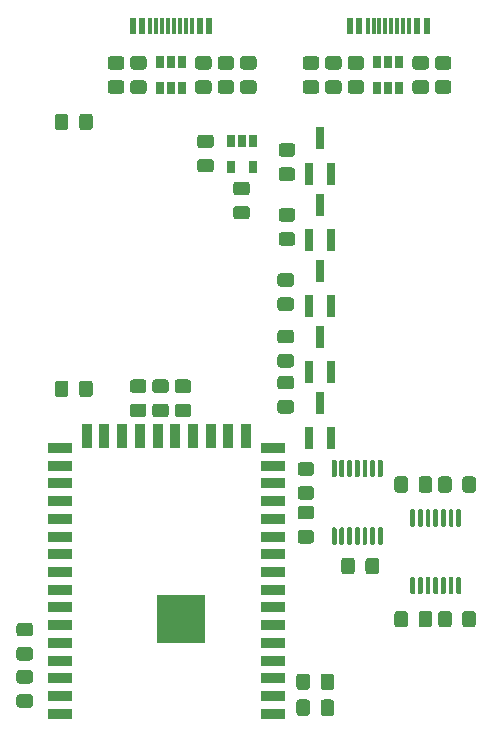
<source format=gbr>
%TF.GenerationSoftware,KiCad,Pcbnew,5.1.6-c6e7f7d~86~ubuntu18.04.1*%
%TF.CreationDate,2021-04-26T01:47:06-07:00*%
%TF.ProjectId,main_board,6d61696e-5f62-46f6-9172-642e6b696361,rev?*%
%TF.SameCoordinates,Original*%
%TF.FileFunction,Paste,Top*%
%TF.FilePolarity,Positive*%
%FSLAX46Y46*%
G04 Gerber Fmt 4.6, Leading zero omitted, Abs format (unit mm)*
G04 Created by KiCad (PCBNEW 5.1.6-c6e7f7d~86~ubuntu18.04.1) date 2021-04-26 01:47:06*
%MOMM*%
%LPD*%
G01*
G04 APERTURE LIST*
%ADD10R,2.000000X0.900000*%
%ADD11R,0.900000X2.000000*%
%ADD12R,4.100000X4.100000*%
%ADD13R,0.800000X1.900000*%
%ADD14R,0.600000X1.450000*%
%ADD15R,0.300000X1.450000*%
%ADD16R,0.650000X1.060000*%
G04 APERTURE END LIST*
%TO.C,U6*%
G36*
G01*
X178100000Y-78775000D02*
X177900000Y-78775000D01*
G75*
G02*
X177800000Y-78675000I0J100000D01*
G01*
X177800000Y-77400000D01*
G75*
G02*
X177900000Y-77300000I100000J0D01*
G01*
X178100000Y-77300000D01*
G75*
G02*
X178200000Y-77400000I0J-100000D01*
G01*
X178200000Y-78675000D01*
G75*
G02*
X178100000Y-78775000I-100000J0D01*
G01*
G37*
G36*
G01*
X178750000Y-78775000D02*
X178550000Y-78775000D01*
G75*
G02*
X178450000Y-78675000I0J100000D01*
G01*
X178450000Y-77400000D01*
G75*
G02*
X178550000Y-77300000I100000J0D01*
G01*
X178750000Y-77300000D01*
G75*
G02*
X178850000Y-77400000I0J-100000D01*
G01*
X178850000Y-78675000D01*
G75*
G02*
X178750000Y-78775000I-100000J0D01*
G01*
G37*
G36*
G01*
X179400000Y-78775000D02*
X179200000Y-78775000D01*
G75*
G02*
X179100000Y-78675000I0J100000D01*
G01*
X179100000Y-77400000D01*
G75*
G02*
X179200000Y-77300000I100000J0D01*
G01*
X179400000Y-77300000D01*
G75*
G02*
X179500000Y-77400000I0J-100000D01*
G01*
X179500000Y-78675000D01*
G75*
G02*
X179400000Y-78775000I-100000J0D01*
G01*
G37*
G36*
G01*
X180050000Y-78775000D02*
X179850000Y-78775000D01*
G75*
G02*
X179750000Y-78675000I0J100000D01*
G01*
X179750000Y-77400000D01*
G75*
G02*
X179850000Y-77300000I100000J0D01*
G01*
X180050000Y-77300000D01*
G75*
G02*
X180150000Y-77400000I0J-100000D01*
G01*
X180150000Y-78675000D01*
G75*
G02*
X180050000Y-78775000I-100000J0D01*
G01*
G37*
G36*
G01*
X180700000Y-78775000D02*
X180500000Y-78775000D01*
G75*
G02*
X180400000Y-78675000I0J100000D01*
G01*
X180400000Y-77400000D01*
G75*
G02*
X180500000Y-77300000I100000J0D01*
G01*
X180700000Y-77300000D01*
G75*
G02*
X180800000Y-77400000I0J-100000D01*
G01*
X180800000Y-78675000D01*
G75*
G02*
X180700000Y-78775000I-100000J0D01*
G01*
G37*
G36*
G01*
X181350000Y-78775000D02*
X181150000Y-78775000D01*
G75*
G02*
X181050000Y-78675000I0J100000D01*
G01*
X181050000Y-77400000D01*
G75*
G02*
X181150000Y-77300000I100000J0D01*
G01*
X181350000Y-77300000D01*
G75*
G02*
X181450000Y-77400000I0J-100000D01*
G01*
X181450000Y-78675000D01*
G75*
G02*
X181350000Y-78775000I-100000J0D01*
G01*
G37*
G36*
G01*
X182000000Y-78775000D02*
X181800000Y-78775000D01*
G75*
G02*
X181700000Y-78675000I0J100000D01*
G01*
X181700000Y-77400000D01*
G75*
G02*
X181800000Y-77300000I100000J0D01*
G01*
X182000000Y-77300000D01*
G75*
G02*
X182100000Y-77400000I0J-100000D01*
G01*
X182100000Y-78675000D01*
G75*
G02*
X182000000Y-78775000I-100000J0D01*
G01*
G37*
G36*
G01*
X182000000Y-84500000D02*
X181800000Y-84500000D01*
G75*
G02*
X181700000Y-84400000I0J100000D01*
G01*
X181700000Y-83125000D01*
G75*
G02*
X181800000Y-83025000I100000J0D01*
G01*
X182000000Y-83025000D01*
G75*
G02*
X182100000Y-83125000I0J-100000D01*
G01*
X182100000Y-84400000D01*
G75*
G02*
X182000000Y-84500000I-100000J0D01*
G01*
G37*
G36*
G01*
X181350000Y-84500000D02*
X181150000Y-84500000D01*
G75*
G02*
X181050000Y-84400000I0J100000D01*
G01*
X181050000Y-83125000D01*
G75*
G02*
X181150000Y-83025000I100000J0D01*
G01*
X181350000Y-83025000D01*
G75*
G02*
X181450000Y-83125000I0J-100000D01*
G01*
X181450000Y-84400000D01*
G75*
G02*
X181350000Y-84500000I-100000J0D01*
G01*
G37*
G36*
G01*
X180700000Y-84500000D02*
X180500000Y-84500000D01*
G75*
G02*
X180400000Y-84400000I0J100000D01*
G01*
X180400000Y-83125000D01*
G75*
G02*
X180500000Y-83025000I100000J0D01*
G01*
X180700000Y-83025000D01*
G75*
G02*
X180800000Y-83125000I0J-100000D01*
G01*
X180800000Y-84400000D01*
G75*
G02*
X180700000Y-84500000I-100000J0D01*
G01*
G37*
G36*
G01*
X180050000Y-84500000D02*
X179850000Y-84500000D01*
G75*
G02*
X179750000Y-84400000I0J100000D01*
G01*
X179750000Y-83125000D01*
G75*
G02*
X179850000Y-83025000I100000J0D01*
G01*
X180050000Y-83025000D01*
G75*
G02*
X180150000Y-83125000I0J-100000D01*
G01*
X180150000Y-84400000D01*
G75*
G02*
X180050000Y-84500000I-100000J0D01*
G01*
G37*
G36*
G01*
X179400000Y-84500000D02*
X179200000Y-84500000D01*
G75*
G02*
X179100000Y-84400000I0J100000D01*
G01*
X179100000Y-83125000D01*
G75*
G02*
X179200000Y-83025000I100000J0D01*
G01*
X179400000Y-83025000D01*
G75*
G02*
X179500000Y-83125000I0J-100000D01*
G01*
X179500000Y-84400000D01*
G75*
G02*
X179400000Y-84500000I-100000J0D01*
G01*
G37*
G36*
G01*
X178750000Y-84500000D02*
X178550000Y-84500000D01*
G75*
G02*
X178450000Y-84400000I0J100000D01*
G01*
X178450000Y-83125000D01*
G75*
G02*
X178550000Y-83025000I100000J0D01*
G01*
X178750000Y-83025000D01*
G75*
G02*
X178850000Y-83125000I0J-100000D01*
G01*
X178850000Y-84400000D01*
G75*
G02*
X178750000Y-84500000I-100000J0D01*
G01*
G37*
G36*
G01*
X178100000Y-84500000D02*
X177900000Y-84500000D01*
G75*
G02*
X177800000Y-84400000I0J100000D01*
G01*
X177800000Y-83125000D01*
G75*
G02*
X177900000Y-83025000I100000J0D01*
G01*
X178100000Y-83025000D01*
G75*
G02*
X178200000Y-83125000I0J-100000D01*
G01*
X178200000Y-84400000D01*
G75*
G02*
X178100000Y-84500000I-100000J0D01*
G01*
G37*
%TD*%
%TO.C,U5*%
G36*
G01*
X184750000Y-82975000D02*
X184550000Y-82975000D01*
G75*
G02*
X184450000Y-82875000I0J100000D01*
G01*
X184450000Y-81600000D01*
G75*
G02*
X184550000Y-81500000I100000J0D01*
G01*
X184750000Y-81500000D01*
G75*
G02*
X184850000Y-81600000I0J-100000D01*
G01*
X184850000Y-82875000D01*
G75*
G02*
X184750000Y-82975000I-100000J0D01*
G01*
G37*
G36*
G01*
X185400000Y-82975000D02*
X185200000Y-82975000D01*
G75*
G02*
X185100000Y-82875000I0J100000D01*
G01*
X185100000Y-81600000D01*
G75*
G02*
X185200000Y-81500000I100000J0D01*
G01*
X185400000Y-81500000D01*
G75*
G02*
X185500000Y-81600000I0J-100000D01*
G01*
X185500000Y-82875000D01*
G75*
G02*
X185400000Y-82975000I-100000J0D01*
G01*
G37*
G36*
G01*
X186050000Y-82975000D02*
X185850000Y-82975000D01*
G75*
G02*
X185750000Y-82875000I0J100000D01*
G01*
X185750000Y-81600000D01*
G75*
G02*
X185850000Y-81500000I100000J0D01*
G01*
X186050000Y-81500000D01*
G75*
G02*
X186150000Y-81600000I0J-100000D01*
G01*
X186150000Y-82875000D01*
G75*
G02*
X186050000Y-82975000I-100000J0D01*
G01*
G37*
G36*
G01*
X186700000Y-82975000D02*
X186500000Y-82975000D01*
G75*
G02*
X186400000Y-82875000I0J100000D01*
G01*
X186400000Y-81600000D01*
G75*
G02*
X186500000Y-81500000I100000J0D01*
G01*
X186700000Y-81500000D01*
G75*
G02*
X186800000Y-81600000I0J-100000D01*
G01*
X186800000Y-82875000D01*
G75*
G02*
X186700000Y-82975000I-100000J0D01*
G01*
G37*
G36*
G01*
X187350000Y-82975000D02*
X187150000Y-82975000D01*
G75*
G02*
X187050000Y-82875000I0J100000D01*
G01*
X187050000Y-81600000D01*
G75*
G02*
X187150000Y-81500000I100000J0D01*
G01*
X187350000Y-81500000D01*
G75*
G02*
X187450000Y-81600000I0J-100000D01*
G01*
X187450000Y-82875000D01*
G75*
G02*
X187350000Y-82975000I-100000J0D01*
G01*
G37*
G36*
G01*
X188000000Y-82975000D02*
X187800000Y-82975000D01*
G75*
G02*
X187700000Y-82875000I0J100000D01*
G01*
X187700000Y-81600000D01*
G75*
G02*
X187800000Y-81500000I100000J0D01*
G01*
X188000000Y-81500000D01*
G75*
G02*
X188100000Y-81600000I0J-100000D01*
G01*
X188100000Y-82875000D01*
G75*
G02*
X188000000Y-82975000I-100000J0D01*
G01*
G37*
G36*
G01*
X188650000Y-82975000D02*
X188450000Y-82975000D01*
G75*
G02*
X188350000Y-82875000I0J100000D01*
G01*
X188350000Y-81600000D01*
G75*
G02*
X188450000Y-81500000I100000J0D01*
G01*
X188650000Y-81500000D01*
G75*
G02*
X188750000Y-81600000I0J-100000D01*
G01*
X188750000Y-82875000D01*
G75*
G02*
X188650000Y-82975000I-100000J0D01*
G01*
G37*
G36*
G01*
X188650000Y-88700000D02*
X188450000Y-88700000D01*
G75*
G02*
X188350000Y-88600000I0J100000D01*
G01*
X188350000Y-87325000D01*
G75*
G02*
X188450000Y-87225000I100000J0D01*
G01*
X188650000Y-87225000D01*
G75*
G02*
X188750000Y-87325000I0J-100000D01*
G01*
X188750000Y-88600000D01*
G75*
G02*
X188650000Y-88700000I-100000J0D01*
G01*
G37*
G36*
G01*
X188000000Y-88700000D02*
X187800000Y-88700000D01*
G75*
G02*
X187700000Y-88600000I0J100000D01*
G01*
X187700000Y-87325000D01*
G75*
G02*
X187800000Y-87225000I100000J0D01*
G01*
X188000000Y-87225000D01*
G75*
G02*
X188100000Y-87325000I0J-100000D01*
G01*
X188100000Y-88600000D01*
G75*
G02*
X188000000Y-88700000I-100000J0D01*
G01*
G37*
G36*
G01*
X187350000Y-88700000D02*
X187150000Y-88700000D01*
G75*
G02*
X187050000Y-88600000I0J100000D01*
G01*
X187050000Y-87325000D01*
G75*
G02*
X187150000Y-87225000I100000J0D01*
G01*
X187350000Y-87225000D01*
G75*
G02*
X187450000Y-87325000I0J-100000D01*
G01*
X187450000Y-88600000D01*
G75*
G02*
X187350000Y-88700000I-100000J0D01*
G01*
G37*
G36*
G01*
X186700000Y-88700000D02*
X186500000Y-88700000D01*
G75*
G02*
X186400000Y-88600000I0J100000D01*
G01*
X186400000Y-87325000D01*
G75*
G02*
X186500000Y-87225000I100000J0D01*
G01*
X186700000Y-87225000D01*
G75*
G02*
X186800000Y-87325000I0J-100000D01*
G01*
X186800000Y-88600000D01*
G75*
G02*
X186700000Y-88700000I-100000J0D01*
G01*
G37*
G36*
G01*
X186050000Y-88700000D02*
X185850000Y-88700000D01*
G75*
G02*
X185750000Y-88600000I0J100000D01*
G01*
X185750000Y-87325000D01*
G75*
G02*
X185850000Y-87225000I100000J0D01*
G01*
X186050000Y-87225000D01*
G75*
G02*
X186150000Y-87325000I0J-100000D01*
G01*
X186150000Y-88600000D01*
G75*
G02*
X186050000Y-88700000I-100000J0D01*
G01*
G37*
G36*
G01*
X185400000Y-88700000D02*
X185200000Y-88700000D01*
G75*
G02*
X185100000Y-88600000I0J100000D01*
G01*
X185100000Y-87325000D01*
G75*
G02*
X185200000Y-87225000I100000J0D01*
G01*
X185400000Y-87225000D01*
G75*
G02*
X185500000Y-87325000I0J-100000D01*
G01*
X185500000Y-88600000D01*
G75*
G02*
X185400000Y-88700000I-100000J0D01*
G01*
G37*
G36*
G01*
X184750000Y-88700000D02*
X184550000Y-88700000D01*
G75*
G02*
X184450000Y-88600000I0J100000D01*
G01*
X184450000Y-87325000D01*
G75*
G02*
X184550000Y-87225000I100000J0D01*
G01*
X184750000Y-87225000D01*
G75*
G02*
X184850000Y-87325000I0J-100000D01*
G01*
X184850000Y-88600000D01*
G75*
G02*
X184750000Y-88700000I-100000J0D01*
G01*
G37*
%TD*%
%TO.C,C5*%
G36*
G01*
X154350000Y-71750001D02*
X154350000Y-70849999D01*
G75*
G02*
X154599999Y-70600000I249999J0D01*
G01*
X155250001Y-70600000D01*
G75*
G02*
X155500000Y-70849999I0J-249999D01*
G01*
X155500000Y-71750001D01*
G75*
G02*
X155250001Y-72000000I-249999J0D01*
G01*
X154599999Y-72000000D01*
G75*
G02*
X154350000Y-71750001I0J249999D01*
G01*
G37*
G36*
G01*
X156400000Y-71750001D02*
X156400000Y-70849999D01*
G75*
G02*
X156649999Y-70600000I249999J0D01*
G01*
X157300001Y-70600000D01*
G75*
G02*
X157550000Y-70849999I0J-249999D01*
G01*
X157550000Y-71750001D01*
G75*
G02*
X157300001Y-72000000I-249999J0D01*
G01*
X156649999Y-72000000D01*
G75*
G02*
X156400000Y-71750001I0J249999D01*
G01*
G37*
%TD*%
D10*
%TO.C,U1*%
X154800000Y-98800000D03*
X154800000Y-97300000D03*
X154800000Y-95800000D03*
X154800000Y-94300000D03*
X154800000Y-92800000D03*
X154800000Y-91300000D03*
X154800000Y-89800000D03*
X154800000Y-88300000D03*
X154800000Y-86800000D03*
X154800000Y-85300000D03*
X154800000Y-83800000D03*
X154800000Y-82300000D03*
X154800000Y-80800000D03*
X154800000Y-79300000D03*
X154800000Y-77800000D03*
D11*
X157050000Y-75300000D03*
X158550000Y-75300000D03*
X160050000Y-75300000D03*
X161550000Y-75300000D03*
X163050000Y-75300000D03*
X164550000Y-75300000D03*
X166050000Y-75300000D03*
X167550000Y-75300000D03*
X169050000Y-75300000D03*
D10*
X172800000Y-76300000D03*
X172800000Y-77800000D03*
X172800000Y-79300000D03*
X172800000Y-80800000D03*
X172800000Y-82300000D03*
X172800000Y-83800000D03*
X172800000Y-85300000D03*
X172800000Y-86800000D03*
X172800000Y-88300000D03*
X172800000Y-89800000D03*
X172800000Y-91300000D03*
X172800000Y-92800000D03*
X172800000Y-94300000D03*
X172800000Y-95800000D03*
X172800000Y-97300000D03*
X172800000Y-98800000D03*
D12*
X164990000Y-90750000D03*
D10*
X154800000Y-76300000D03*
D11*
X170550000Y-75300000D03*
%TD*%
D13*
%TO.C,Q5*%
X176800000Y-72500000D03*
X177750000Y-75500000D03*
X175850000Y-75500000D03*
%TD*%
%TO.C,R9*%
G36*
G01*
X179750000Y-85849999D02*
X179750000Y-86750001D01*
G75*
G02*
X179500001Y-87000000I-249999J0D01*
G01*
X178849999Y-87000000D01*
G75*
G02*
X178600000Y-86750001I0J249999D01*
G01*
X178600000Y-85849999D01*
G75*
G02*
X178849999Y-85600000I249999J0D01*
G01*
X179500001Y-85600000D01*
G75*
G02*
X179750000Y-85849999I0J-249999D01*
G01*
G37*
G36*
G01*
X181800000Y-85849999D02*
X181800000Y-86750001D01*
G75*
G02*
X181550001Y-87000000I-249999J0D01*
G01*
X180899999Y-87000000D01*
G75*
G02*
X180650000Y-86750001I0J249999D01*
G01*
X180650000Y-85849999D01*
G75*
G02*
X180899999Y-85600000I249999J0D01*
G01*
X181550001Y-85600000D01*
G75*
G02*
X181800000Y-85849999I0J-249999D01*
G01*
G37*
%TD*%
%TO.C,R7*%
G36*
G01*
X187950000Y-78949999D02*
X187950000Y-79850001D01*
G75*
G02*
X187700001Y-80100000I-249999J0D01*
G01*
X187049999Y-80100000D01*
G75*
G02*
X186800000Y-79850001I0J249999D01*
G01*
X186800000Y-78949999D01*
G75*
G02*
X187049999Y-78700000I249999J0D01*
G01*
X187700001Y-78700000D01*
G75*
G02*
X187950000Y-78949999I0J-249999D01*
G01*
G37*
G36*
G01*
X190000000Y-78949999D02*
X190000000Y-79850001D01*
G75*
G02*
X189750001Y-80100000I-249999J0D01*
G01*
X189099999Y-80100000D01*
G75*
G02*
X188850000Y-79850001I0J249999D01*
G01*
X188850000Y-78949999D01*
G75*
G02*
X189099999Y-78700000I249999J0D01*
G01*
X189750001Y-78700000D01*
G75*
G02*
X190000000Y-78949999I0J-249999D01*
G01*
G37*
%TD*%
%TO.C,R8*%
G36*
G01*
X185150000Y-79850001D02*
X185150000Y-78949999D01*
G75*
G02*
X185399999Y-78700000I249999J0D01*
G01*
X186050001Y-78700000D01*
G75*
G02*
X186300000Y-78949999I0J-249999D01*
G01*
X186300000Y-79850001D01*
G75*
G02*
X186050001Y-80100000I-249999J0D01*
G01*
X185399999Y-80100000D01*
G75*
G02*
X185150000Y-79850001I0J249999D01*
G01*
G37*
G36*
G01*
X183100000Y-79850001D02*
X183100000Y-78949999D01*
G75*
G02*
X183349999Y-78700000I249999J0D01*
G01*
X184000001Y-78700000D01*
G75*
G02*
X184250000Y-78949999I0J-249999D01*
G01*
X184250000Y-79850001D01*
G75*
G02*
X184000001Y-80100000I-249999J0D01*
G01*
X183349999Y-80100000D01*
G75*
G02*
X183100000Y-79850001I0J249999D01*
G01*
G37*
%TD*%
%TO.C,R6*%
G36*
G01*
X185150000Y-91250001D02*
X185150000Y-90349999D01*
G75*
G02*
X185399999Y-90100000I249999J0D01*
G01*
X186050001Y-90100000D01*
G75*
G02*
X186300000Y-90349999I0J-249999D01*
G01*
X186300000Y-91250001D01*
G75*
G02*
X186050001Y-91500000I-249999J0D01*
G01*
X185399999Y-91500000D01*
G75*
G02*
X185150000Y-91250001I0J249999D01*
G01*
G37*
G36*
G01*
X183100000Y-91250001D02*
X183100000Y-90349999D01*
G75*
G02*
X183349999Y-90100000I249999J0D01*
G01*
X184000001Y-90100000D01*
G75*
G02*
X184250000Y-90349999I0J-249999D01*
G01*
X184250000Y-91250001D01*
G75*
G02*
X184000001Y-91500000I-249999J0D01*
G01*
X183349999Y-91500000D01*
G75*
G02*
X183100000Y-91250001I0J249999D01*
G01*
G37*
%TD*%
%TO.C,R5*%
G36*
G01*
X187950000Y-90349999D02*
X187950000Y-91250001D01*
G75*
G02*
X187700001Y-91500000I-249999J0D01*
G01*
X187049999Y-91500000D01*
G75*
G02*
X186800000Y-91250001I0J249999D01*
G01*
X186800000Y-90349999D01*
G75*
G02*
X187049999Y-90100000I249999J0D01*
G01*
X187700001Y-90100000D01*
G75*
G02*
X187950000Y-90349999I0J-249999D01*
G01*
G37*
G36*
G01*
X190000000Y-90349999D02*
X190000000Y-91250001D01*
G75*
G02*
X189750001Y-91500000I-249999J0D01*
G01*
X189099999Y-91500000D01*
G75*
G02*
X188850000Y-91250001I0J249999D01*
G01*
X188850000Y-90349999D01*
G75*
G02*
X189099999Y-90100000I249999J0D01*
G01*
X189750001Y-90100000D01*
G75*
G02*
X190000000Y-90349999I0J-249999D01*
G01*
G37*
%TD*%
%TO.C,R4*%
G36*
G01*
X175149999Y-83250000D02*
X176050001Y-83250000D01*
G75*
G02*
X176300000Y-83499999I0J-249999D01*
G01*
X176300000Y-84150001D01*
G75*
G02*
X176050001Y-84400000I-249999J0D01*
G01*
X175149999Y-84400000D01*
G75*
G02*
X174900000Y-84150001I0J249999D01*
G01*
X174900000Y-83499999D01*
G75*
G02*
X175149999Y-83250000I249999J0D01*
G01*
G37*
G36*
G01*
X175149999Y-81200000D02*
X176050001Y-81200000D01*
G75*
G02*
X176300000Y-81449999I0J-249999D01*
G01*
X176300000Y-82100001D01*
G75*
G02*
X176050001Y-82350000I-249999J0D01*
G01*
X175149999Y-82350000D01*
G75*
G02*
X174900000Y-82100001I0J249999D01*
G01*
X174900000Y-81449999D01*
G75*
G02*
X175149999Y-81200000I249999J0D01*
G01*
G37*
%TD*%
%TO.C,R3*%
G36*
G01*
X175149999Y-79550000D02*
X176050001Y-79550000D01*
G75*
G02*
X176300000Y-79799999I0J-249999D01*
G01*
X176300000Y-80450001D01*
G75*
G02*
X176050001Y-80700000I-249999J0D01*
G01*
X175149999Y-80700000D01*
G75*
G02*
X174900000Y-80450001I0J249999D01*
G01*
X174900000Y-79799999D01*
G75*
G02*
X175149999Y-79550000I249999J0D01*
G01*
G37*
G36*
G01*
X175149999Y-77500000D02*
X176050001Y-77500000D01*
G75*
G02*
X176300000Y-77749999I0J-249999D01*
G01*
X176300000Y-78400001D01*
G75*
G02*
X176050001Y-78650000I-249999J0D01*
G01*
X175149999Y-78650000D01*
G75*
G02*
X174900000Y-78400001I0J249999D01*
G01*
X174900000Y-77749999D01*
G75*
G02*
X175149999Y-77500000I249999J0D01*
G01*
G37*
%TD*%
%TO.C,R14*%
G36*
G01*
X174350001Y-71350000D02*
X173449999Y-71350000D01*
G75*
G02*
X173200000Y-71100001I0J249999D01*
G01*
X173200000Y-70449999D01*
G75*
G02*
X173449999Y-70200000I249999J0D01*
G01*
X174350001Y-70200000D01*
G75*
G02*
X174600000Y-70449999I0J-249999D01*
G01*
X174600000Y-71100001D01*
G75*
G02*
X174350001Y-71350000I-249999J0D01*
G01*
G37*
G36*
G01*
X174350001Y-73400000D02*
X173449999Y-73400000D01*
G75*
G02*
X173200000Y-73150001I0J249999D01*
G01*
X173200000Y-72499999D01*
G75*
G02*
X173449999Y-72250000I249999J0D01*
G01*
X174350001Y-72250000D01*
G75*
G02*
X174600000Y-72499999I0J-249999D01*
G01*
X174600000Y-73150001D01*
G75*
G02*
X174350001Y-73400000I-249999J0D01*
G01*
G37*
%TD*%
%TO.C,R13*%
G36*
G01*
X174350001Y-67450000D02*
X173449999Y-67450000D01*
G75*
G02*
X173200000Y-67200001I0J249999D01*
G01*
X173200000Y-66549999D01*
G75*
G02*
X173449999Y-66300000I249999J0D01*
G01*
X174350001Y-66300000D01*
G75*
G02*
X174600000Y-66549999I0J-249999D01*
G01*
X174600000Y-67200001D01*
G75*
G02*
X174350001Y-67450000I-249999J0D01*
G01*
G37*
G36*
G01*
X174350001Y-69500000D02*
X173449999Y-69500000D01*
G75*
G02*
X173200000Y-69250001I0J249999D01*
G01*
X173200000Y-68599999D01*
G75*
G02*
X173449999Y-68350000I249999J0D01*
G01*
X174350001Y-68350000D01*
G75*
G02*
X174600000Y-68599999I0J-249999D01*
G01*
X174600000Y-69250001D01*
G75*
G02*
X174350001Y-69500000I-249999J0D01*
G01*
G37*
%TD*%
%TO.C,R12*%
G36*
G01*
X174350001Y-62650000D02*
X173449999Y-62650000D01*
G75*
G02*
X173200000Y-62400001I0J249999D01*
G01*
X173200000Y-61749999D01*
G75*
G02*
X173449999Y-61500000I249999J0D01*
G01*
X174350001Y-61500000D01*
G75*
G02*
X174600000Y-61749999I0J-249999D01*
G01*
X174600000Y-62400001D01*
G75*
G02*
X174350001Y-62650000I-249999J0D01*
G01*
G37*
G36*
G01*
X174350001Y-64700000D02*
X173449999Y-64700000D01*
G75*
G02*
X173200000Y-64450001I0J249999D01*
G01*
X173200000Y-63799999D01*
G75*
G02*
X173449999Y-63550000I249999J0D01*
G01*
X174350001Y-63550000D01*
G75*
G02*
X174600000Y-63799999I0J-249999D01*
G01*
X174600000Y-64450001D01*
G75*
G02*
X174350001Y-64700000I-249999J0D01*
G01*
G37*
%TD*%
%TO.C,R11*%
G36*
G01*
X174450001Y-57150000D02*
X173549999Y-57150000D01*
G75*
G02*
X173300000Y-56900001I0J249999D01*
G01*
X173300000Y-56249999D01*
G75*
G02*
X173549999Y-56000000I249999J0D01*
G01*
X174450001Y-56000000D01*
G75*
G02*
X174700000Y-56249999I0J-249999D01*
G01*
X174700000Y-56900001D01*
G75*
G02*
X174450001Y-57150000I-249999J0D01*
G01*
G37*
G36*
G01*
X174450001Y-59200000D02*
X173549999Y-59200000D01*
G75*
G02*
X173300000Y-58950001I0J249999D01*
G01*
X173300000Y-58299999D01*
G75*
G02*
X173549999Y-58050000I249999J0D01*
G01*
X174450001Y-58050000D01*
G75*
G02*
X174700000Y-58299999I0J-249999D01*
G01*
X174700000Y-58950001D01*
G75*
G02*
X174450001Y-59200000I-249999J0D01*
G01*
G37*
%TD*%
%TO.C,R10*%
G36*
G01*
X174450001Y-51650000D02*
X173549999Y-51650000D01*
G75*
G02*
X173300000Y-51400001I0J249999D01*
G01*
X173300000Y-50749999D01*
G75*
G02*
X173549999Y-50500000I249999J0D01*
G01*
X174450001Y-50500000D01*
G75*
G02*
X174700000Y-50749999I0J-249999D01*
G01*
X174700000Y-51400001D01*
G75*
G02*
X174450001Y-51650000I-249999J0D01*
G01*
G37*
G36*
G01*
X174450001Y-53700000D02*
X173549999Y-53700000D01*
G75*
G02*
X173300000Y-53450001I0J249999D01*
G01*
X173300000Y-52799999D01*
G75*
G02*
X173549999Y-52550000I249999J0D01*
G01*
X174450001Y-52550000D01*
G75*
G02*
X174700000Y-52799999I0J-249999D01*
G01*
X174700000Y-53450001D01*
G75*
G02*
X174450001Y-53700000I-249999J0D01*
G01*
G37*
%TD*%
%TO.C,R20*%
G36*
G01*
X161850001Y-71650000D02*
X160949999Y-71650000D01*
G75*
G02*
X160700000Y-71400001I0J249999D01*
G01*
X160700000Y-70749999D01*
G75*
G02*
X160949999Y-70500000I249999J0D01*
G01*
X161850001Y-70500000D01*
G75*
G02*
X162100000Y-70749999I0J-249999D01*
G01*
X162100000Y-71400001D01*
G75*
G02*
X161850001Y-71650000I-249999J0D01*
G01*
G37*
G36*
G01*
X161850001Y-73700000D02*
X160949999Y-73700000D01*
G75*
G02*
X160700000Y-73450001I0J249999D01*
G01*
X160700000Y-72799999D01*
G75*
G02*
X160949999Y-72550000I249999J0D01*
G01*
X161850001Y-72550000D01*
G75*
G02*
X162100000Y-72799999I0J-249999D01*
G01*
X162100000Y-73450001D01*
G75*
G02*
X161850001Y-73700000I-249999J0D01*
G01*
G37*
%TD*%
%TO.C,R19*%
G36*
G01*
X163750001Y-71650000D02*
X162849999Y-71650000D01*
G75*
G02*
X162600000Y-71400001I0J249999D01*
G01*
X162600000Y-70749999D01*
G75*
G02*
X162849999Y-70500000I249999J0D01*
G01*
X163750001Y-70500000D01*
G75*
G02*
X164000000Y-70749999I0J-249999D01*
G01*
X164000000Y-71400001D01*
G75*
G02*
X163750001Y-71650000I-249999J0D01*
G01*
G37*
G36*
G01*
X163750001Y-73700000D02*
X162849999Y-73700000D01*
G75*
G02*
X162600000Y-73450001I0J249999D01*
G01*
X162600000Y-72799999D01*
G75*
G02*
X162849999Y-72550000I249999J0D01*
G01*
X163750001Y-72550000D01*
G75*
G02*
X164000000Y-72799999I0J-249999D01*
G01*
X164000000Y-73450001D01*
G75*
G02*
X163750001Y-73700000I-249999J0D01*
G01*
G37*
%TD*%
D14*
%TO.C,J7*%
X179330000Y-40595000D03*
X180130000Y-40595000D03*
X185030000Y-40595000D03*
X185830000Y-40595000D03*
X185830000Y-40595000D03*
X185030000Y-40595000D03*
X180130000Y-40595000D03*
X179330000Y-40595000D03*
D15*
X184330000Y-40595000D03*
X183830000Y-40595000D03*
X183330000Y-40595000D03*
X182330000Y-40595000D03*
X181830000Y-40595000D03*
X181330000Y-40595000D03*
X180830000Y-40595000D03*
X182830000Y-40595000D03*
%TD*%
D14*
%TO.C,J6*%
X160930000Y-40595000D03*
X161730000Y-40595000D03*
X166630000Y-40595000D03*
X167430000Y-40595000D03*
X167430000Y-40595000D03*
X166630000Y-40595000D03*
X161730000Y-40595000D03*
X160930000Y-40595000D03*
D15*
X165930000Y-40595000D03*
X165430000Y-40595000D03*
X164930000Y-40595000D03*
X163930000Y-40595000D03*
X163430000Y-40595000D03*
X162930000Y-40595000D03*
X162430000Y-40595000D03*
X164430000Y-40595000D03*
%TD*%
%TO.C,C8*%
G36*
G01*
X168379999Y-45175000D02*
X169280001Y-45175000D01*
G75*
G02*
X169530000Y-45424999I0J-249999D01*
G01*
X169530000Y-46075001D01*
G75*
G02*
X169280001Y-46325000I-249999J0D01*
G01*
X168379999Y-46325000D01*
G75*
G02*
X168130000Y-46075001I0J249999D01*
G01*
X168130000Y-45424999D01*
G75*
G02*
X168379999Y-45175000I249999J0D01*
G01*
G37*
G36*
G01*
X168379999Y-43125000D02*
X169280001Y-43125000D01*
G75*
G02*
X169530000Y-43374999I0J-249999D01*
G01*
X169530000Y-44025001D01*
G75*
G02*
X169280001Y-44275000I-249999J0D01*
G01*
X168379999Y-44275000D01*
G75*
G02*
X168130000Y-44025001I0J249999D01*
G01*
X168130000Y-43374999D01*
G75*
G02*
X168379999Y-43125000I249999J0D01*
G01*
G37*
%TD*%
%TO.C,FB1*%
G36*
G01*
X159079999Y-45175000D02*
X159980001Y-45175000D01*
G75*
G02*
X160230000Y-45424999I0J-249999D01*
G01*
X160230000Y-46075001D01*
G75*
G02*
X159980001Y-46325000I-249999J0D01*
G01*
X159079999Y-46325000D01*
G75*
G02*
X158830000Y-46075001I0J249999D01*
G01*
X158830000Y-45424999D01*
G75*
G02*
X159079999Y-45175000I249999J0D01*
G01*
G37*
G36*
G01*
X159079999Y-43125000D02*
X159980001Y-43125000D01*
G75*
G02*
X160230000Y-43374999I0J-249999D01*
G01*
X160230000Y-44025001D01*
G75*
G02*
X159980001Y-44275000I-249999J0D01*
G01*
X159079999Y-44275000D01*
G75*
G02*
X158830000Y-44025001I0J249999D01*
G01*
X158830000Y-43374999D01*
G75*
G02*
X159079999Y-43125000I249999J0D01*
G01*
G37*
%TD*%
%TO.C,FB2*%
G36*
G01*
X171180001Y-44275000D02*
X170279999Y-44275000D01*
G75*
G02*
X170030000Y-44025001I0J249999D01*
G01*
X170030000Y-43374999D01*
G75*
G02*
X170279999Y-43125000I249999J0D01*
G01*
X171180001Y-43125000D01*
G75*
G02*
X171430000Y-43374999I0J-249999D01*
G01*
X171430000Y-44025001D01*
G75*
G02*
X171180001Y-44275000I-249999J0D01*
G01*
G37*
G36*
G01*
X171180001Y-46325000D02*
X170279999Y-46325000D01*
G75*
G02*
X170030000Y-46075001I0J249999D01*
G01*
X170030000Y-45424999D01*
G75*
G02*
X170279999Y-45175000I249999J0D01*
G01*
X171180001Y-45175000D01*
G75*
G02*
X171430000Y-45424999I0J-249999D01*
G01*
X171430000Y-46075001D01*
G75*
G02*
X171180001Y-46325000I-249999J0D01*
G01*
G37*
%TD*%
D16*
%TO.C,U3*%
X164180000Y-45820000D03*
X165130000Y-45820000D03*
X163230000Y-45820000D03*
X163230000Y-43620000D03*
X164180000Y-43620000D03*
X165130000Y-43620000D03*
%TD*%
%TO.C,R15*%
G36*
G01*
X160979999Y-45175000D02*
X161880001Y-45175000D01*
G75*
G02*
X162130000Y-45424999I0J-249999D01*
G01*
X162130000Y-46075001D01*
G75*
G02*
X161880001Y-46325000I-249999J0D01*
G01*
X160979999Y-46325000D01*
G75*
G02*
X160730000Y-46075001I0J249999D01*
G01*
X160730000Y-45424999D01*
G75*
G02*
X160979999Y-45175000I249999J0D01*
G01*
G37*
G36*
G01*
X160979999Y-43125000D02*
X161880001Y-43125000D01*
G75*
G02*
X162130000Y-43374999I0J-249999D01*
G01*
X162130000Y-44025001D01*
G75*
G02*
X161880001Y-44275000I-249999J0D01*
G01*
X160979999Y-44275000D01*
G75*
G02*
X160730000Y-44025001I0J249999D01*
G01*
X160730000Y-43374999D01*
G75*
G02*
X160979999Y-43125000I249999J0D01*
G01*
G37*
%TD*%
%TO.C,R16*%
G36*
G01*
X166479999Y-45175000D02*
X167380001Y-45175000D01*
G75*
G02*
X167630000Y-45424999I0J-249999D01*
G01*
X167630000Y-46075001D01*
G75*
G02*
X167380001Y-46325000I-249999J0D01*
G01*
X166479999Y-46325000D01*
G75*
G02*
X166230000Y-46075001I0J249999D01*
G01*
X166230000Y-45424999D01*
G75*
G02*
X166479999Y-45175000I249999J0D01*
G01*
G37*
G36*
G01*
X166479999Y-43125000D02*
X167380001Y-43125000D01*
G75*
G02*
X167630000Y-43374999I0J-249999D01*
G01*
X167630000Y-44025001D01*
G75*
G02*
X167380001Y-44275000I-249999J0D01*
G01*
X166479999Y-44275000D01*
G75*
G02*
X166230000Y-44025001I0J249999D01*
G01*
X166230000Y-43374999D01*
G75*
G02*
X166479999Y-43125000I249999J0D01*
G01*
G37*
%TD*%
%TO.C,R18*%
G36*
G01*
X184879999Y-45175000D02*
X185780001Y-45175000D01*
G75*
G02*
X186030000Y-45424999I0J-249999D01*
G01*
X186030000Y-46075001D01*
G75*
G02*
X185780001Y-46325000I-249999J0D01*
G01*
X184879999Y-46325000D01*
G75*
G02*
X184630000Y-46075001I0J249999D01*
G01*
X184630000Y-45424999D01*
G75*
G02*
X184879999Y-45175000I249999J0D01*
G01*
G37*
G36*
G01*
X184879999Y-43125000D02*
X185780001Y-43125000D01*
G75*
G02*
X186030000Y-43374999I0J-249999D01*
G01*
X186030000Y-44025001D01*
G75*
G02*
X185780001Y-44275000I-249999J0D01*
G01*
X184879999Y-44275000D01*
G75*
G02*
X184630000Y-44025001I0J249999D01*
G01*
X184630000Y-43374999D01*
G75*
G02*
X184879999Y-43125000I249999J0D01*
G01*
G37*
%TD*%
%TO.C,R17*%
G36*
G01*
X179379999Y-45175000D02*
X180280001Y-45175000D01*
G75*
G02*
X180530000Y-45424999I0J-249999D01*
G01*
X180530000Y-46075001D01*
G75*
G02*
X180280001Y-46325000I-249999J0D01*
G01*
X179379999Y-46325000D01*
G75*
G02*
X179130000Y-46075001I0J249999D01*
G01*
X179130000Y-45424999D01*
G75*
G02*
X179379999Y-45175000I249999J0D01*
G01*
G37*
G36*
G01*
X179379999Y-43125000D02*
X180280001Y-43125000D01*
G75*
G02*
X180530000Y-43374999I0J-249999D01*
G01*
X180530000Y-44025001D01*
G75*
G02*
X180280001Y-44275000I-249999J0D01*
G01*
X179379999Y-44275000D01*
G75*
G02*
X179130000Y-44025001I0J249999D01*
G01*
X179130000Y-43374999D01*
G75*
G02*
X179379999Y-43125000I249999J0D01*
G01*
G37*
%TD*%
%TO.C,C9*%
G36*
G01*
X186779999Y-45175000D02*
X187680001Y-45175000D01*
G75*
G02*
X187930000Y-45424999I0J-249999D01*
G01*
X187930000Y-46075001D01*
G75*
G02*
X187680001Y-46325000I-249999J0D01*
G01*
X186779999Y-46325000D01*
G75*
G02*
X186530000Y-46075001I0J249999D01*
G01*
X186530000Y-45424999D01*
G75*
G02*
X186779999Y-45175000I249999J0D01*
G01*
G37*
G36*
G01*
X186779999Y-43125000D02*
X187680001Y-43125000D01*
G75*
G02*
X187930000Y-43374999I0J-249999D01*
G01*
X187930000Y-44025001D01*
G75*
G02*
X187680001Y-44275000I-249999J0D01*
G01*
X186779999Y-44275000D01*
G75*
G02*
X186530000Y-44025001I0J249999D01*
G01*
X186530000Y-43374999D01*
G75*
G02*
X186779999Y-43125000I249999J0D01*
G01*
G37*
%TD*%
%TO.C,R2*%
G36*
G01*
X151349999Y-93150000D02*
X152250001Y-93150000D01*
G75*
G02*
X152500000Y-93399999I0J-249999D01*
G01*
X152500000Y-94050001D01*
G75*
G02*
X152250001Y-94300000I-249999J0D01*
G01*
X151349999Y-94300000D01*
G75*
G02*
X151100000Y-94050001I0J249999D01*
G01*
X151100000Y-93399999D01*
G75*
G02*
X151349999Y-93150000I249999J0D01*
G01*
G37*
G36*
G01*
X151349999Y-91100000D02*
X152250001Y-91100000D01*
G75*
G02*
X152500000Y-91349999I0J-249999D01*
G01*
X152500000Y-92000001D01*
G75*
G02*
X152250001Y-92250000I-249999J0D01*
G01*
X151349999Y-92250000D01*
G75*
G02*
X151100000Y-92000001I0J249999D01*
G01*
X151100000Y-91349999D01*
G75*
G02*
X151349999Y-91100000I249999J0D01*
G01*
G37*
%TD*%
%TO.C,U4*%
X182580000Y-45820000D03*
X183530000Y-45820000D03*
X181630000Y-45820000D03*
X181630000Y-43620000D03*
X182580000Y-43620000D03*
X183530000Y-43620000D03*
%TD*%
%TO.C,U2*%
X171150000Y-52500000D03*
X169250000Y-52500000D03*
X169250000Y-50300000D03*
X170200000Y-50300000D03*
X171150000Y-50300000D03*
%TD*%
%TO.C,R1*%
G36*
G01*
X165650001Y-71650000D02*
X164749999Y-71650000D01*
G75*
G02*
X164500000Y-71400001I0J249999D01*
G01*
X164500000Y-70749999D01*
G75*
G02*
X164749999Y-70500000I249999J0D01*
G01*
X165650001Y-70500000D01*
G75*
G02*
X165900000Y-70749999I0J-249999D01*
G01*
X165900000Y-71400001D01*
G75*
G02*
X165650001Y-71650000I-249999J0D01*
G01*
G37*
G36*
G01*
X165650001Y-73700000D02*
X164749999Y-73700000D01*
G75*
G02*
X164500000Y-73450001I0J249999D01*
G01*
X164500000Y-72799999D01*
G75*
G02*
X164749999Y-72550000I249999J0D01*
G01*
X165650001Y-72550000D01*
G75*
G02*
X165900000Y-72799999I0J-249999D01*
G01*
X165900000Y-73450001D01*
G75*
G02*
X165650001Y-73700000I-249999J0D01*
G01*
G37*
%TD*%
D13*
%TO.C,Q4*%
X176800000Y-66900000D03*
X177750000Y-69900000D03*
X175850000Y-69900000D03*
%TD*%
%TO.C,Q3*%
X176800000Y-61300000D03*
X177750000Y-64300000D03*
X175850000Y-64300000D03*
%TD*%
%TO.C,Q2*%
X176800000Y-55700000D03*
X177750000Y-58700000D03*
X175850000Y-58700000D03*
%TD*%
%TO.C,Q1*%
X176800000Y-50100000D03*
X177750000Y-53100000D03*
X175850000Y-53100000D03*
%TD*%
%TO.C,FB4*%
G36*
G01*
X178380001Y-44275000D02*
X177479999Y-44275000D01*
G75*
G02*
X177230000Y-44025001I0J249999D01*
G01*
X177230000Y-43374999D01*
G75*
G02*
X177479999Y-43125000I249999J0D01*
G01*
X178380001Y-43125000D01*
G75*
G02*
X178630000Y-43374999I0J-249999D01*
G01*
X178630000Y-44025001D01*
G75*
G02*
X178380001Y-44275000I-249999J0D01*
G01*
G37*
G36*
G01*
X178380001Y-46325000D02*
X177479999Y-46325000D01*
G75*
G02*
X177230000Y-46075001I0J249999D01*
G01*
X177230000Y-45424999D01*
G75*
G02*
X177479999Y-45175000I249999J0D01*
G01*
X178380001Y-45175000D01*
G75*
G02*
X178630000Y-45424999I0J-249999D01*
G01*
X178630000Y-46075001D01*
G75*
G02*
X178380001Y-46325000I-249999J0D01*
G01*
G37*
%TD*%
%TO.C,FB3*%
G36*
G01*
X175579999Y-45175000D02*
X176480001Y-45175000D01*
G75*
G02*
X176730000Y-45424999I0J-249999D01*
G01*
X176730000Y-46075001D01*
G75*
G02*
X176480001Y-46325000I-249999J0D01*
G01*
X175579999Y-46325000D01*
G75*
G02*
X175330000Y-46075001I0J249999D01*
G01*
X175330000Y-45424999D01*
G75*
G02*
X175579999Y-45175000I249999J0D01*
G01*
G37*
G36*
G01*
X175579999Y-43125000D02*
X176480001Y-43125000D01*
G75*
G02*
X176730000Y-43374999I0J-249999D01*
G01*
X176730000Y-44025001D01*
G75*
G02*
X176480001Y-44275000I-249999J0D01*
G01*
X175579999Y-44275000D01*
G75*
G02*
X175330000Y-44025001I0J249999D01*
G01*
X175330000Y-43374999D01*
G75*
G02*
X175579999Y-43125000I249999J0D01*
G01*
G37*
%TD*%
%TO.C,C7*%
G36*
G01*
X169699999Y-55805000D02*
X170600001Y-55805000D01*
G75*
G02*
X170850000Y-56054999I0J-249999D01*
G01*
X170850000Y-56705001D01*
G75*
G02*
X170600001Y-56955000I-249999J0D01*
G01*
X169699999Y-56955000D01*
G75*
G02*
X169450000Y-56705001I0J249999D01*
G01*
X169450000Y-56054999D01*
G75*
G02*
X169699999Y-55805000I249999J0D01*
G01*
G37*
G36*
G01*
X169699999Y-53755000D02*
X170600001Y-53755000D01*
G75*
G02*
X170850000Y-54004999I0J-249999D01*
G01*
X170850000Y-54655001D01*
G75*
G02*
X170600001Y-54905000I-249999J0D01*
G01*
X169699999Y-54905000D01*
G75*
G02*
X169450000Y-54655001I0J249999D01*
G01*
X169450000Y-54004999D01*
G75*
G02*
X169699999Y-53755000I249999J0D01*
G01*
G37*
%TD*%
%TO.C,C6*%
G36*
G01*
X166649999Y-51825000D02*
X167550001Y-51825000D01*
G75*
G02*
X167800000Y-52074999I0J-249999D01*
G01*
X167800000Y-52725001D01*
G75*
G02*
X167550001Y-52975000I-249999J0D01*
G01*
X166649999Y-52975000D01*
G75*
G02*
X166400000Y-52725001I0J249999D01*
G01*
X166400000Y-52074999D01*
G75*
G02*
X166649999Y-51825000I249999J0D01*
G01*
G37*
G36*
G01*
X166649999Y-49775000D02*
X167550001Y-49775000D01*
G75*
G02*
X167800000Y-50024999I0J-249999D01*
G01*
X167800000Y-50675001D01*
G75*
G02*
X167550001Y-50925000I-249999J0D01*
G01*
X166649999Y-50925000D01*
G75*
G02*
X166400000Y-50675001I0J249999D01*
G01*
X166400000Y-50024999D01*
G75*
G02*
X166649999Y-49775000I249999J0D01*
G01*
G37*
%TD*%
%TO.C,C4*%
G36*
G01*
X155500000Y-48249999D02*
X155500000Y-49150001D01*
G75*
G02*
X155250001Y-49400000I-249999J0D01*
G01*
X154599999Y-49400000D01*
G75*
G02*
X154350000Y-49150001I0J249999D01*
G01*
X154350000Y-48249999D01*
G75*
G02*
X154599999Y-48000000I249999J0D01*
G01*
X155250001Y-48000000D01*
G75*
G02*
X155500000Y-48249999I0J-249999D01*
G01*
G37*
G36*
G01*
X157550000Y-48249999D02*
X157550000Y-49150001D01*
G75*
G02*
X157300001Y-49400000I-249999J0D01*
G01*
X156649999Y-49400000D01*
G75*
G02*
X156400000Y-49150001I0J249999D01*
G01*
X156400000Y-48249999D01*
G75*
G02*
X156649999Y-48000000I249999J0D01*
G01*
X157300001Y-48000000D01*
G75*
G02*
X157550000Y-48249999I0J-249999D01*
G01*
G37*
%TD*%
%TO.C,C3*%
G36*
G01*
X151349999Y-97150000D02*
X152250001Y-97150000D01*
G75*
G02*
X152500000Y-97399999I0J-249999D01*
G01*
X152500000Y-98050001D01*
G75*
G02*
X152250001Y-98300000I-249999J0D01*
G01*
X151349999Y-98300000D01*
G75*
G02*
X151100000Y-98050001I0J249999D01*
G01*
X151100000Y-97399999D01*
G75*
G02*
X151349999Y-97150000I249999J0D01*
G01*
G37*
G36*
G01*
X151349999Y-95100000D02*
X152250001Y-95100000D01*
G75*
G02*
X152500000Y-95349999I0J-249999D01*
G01*
X152500000Y-96000001D01*
G75*
G02*
X152250001Y-96250000I-249999J0D01*
G01*
X151349999Y-96250000D01*
G75*
G02*
X151100000Y-96000001I0J249999D01*
G01*
X151100000Y-95349999D01*
G75*
G02*
X151349999Y-95100000I249999J0D01*
G01*
G37*
%TD*%
%TO.C,C2*%
G36*
G01*
X176850000Y-98750001D02*
X176850000Y-97849999D01*
G75*
G02*
X177099999Y-97600000I249999J0D01*
G01*
X177750001Y-97600000D01*
G75*
G02*
X178000000Y-97849999I0J-249999D01*
G01*
X178000000Y-98750001D01*
G75*
G02*
X177750001Y-99000000I-249999J0D01*
G01*
X177099999Y-99000000D01*
G75*
G02*
X176850000Y-98750001I0J249999D01*
G01*
G37*
G36*
G01*
X174800000Y-98750001D02*
X174800000Y-97849999D01*
G75*
G02*
X175049999Y-97600000I249999J0D01*
G01*
X175700001Y-97600000D01*
G75*
G02*
X175950000Y-97849999I0J-249999D01*
G01*
X175950000Y-98750001D01*
G75*
G02*
X175700001Y-99000000I-249999J0D01*
G01*
X175049999Y-99000000D01*
G75*
G02*
X174800000Y-98750001I0J249999D01*
G01*
G37*
%TD*%
%TO.C,C1*%
G36*
G01*
X176850000Y-96550001D02*
X176850000Y-95649999D01*
G75*
G02*
X177099999Y-95400000I249999J0D01*
G01*
X177750001Y-95400000D01*
G75*
G02*
X178000000Y-95649999I0J-249999D01*
G01*
X178000000Y-96550001D01*
G75*
G02*
X177750001Y-96800000I-249999J0D01*
G01*
X177099999Y-96800000D01*
G75*
G02*
X176850000Y-96550001I0J249999D01*
G01*
G37*
G36*
G01*
X174800000Y-96550001D02*
X174800000Y-95649999D01*
G75*
G02*
X175049999Y-95400000I249999J0D01*
G01*
X175700001Y-95400000D01*
G75*
G02*
X175950000Y-95649999I0J-249999D01*
G01*
X175950000Y-96550001D01*
G75*
G02*
X175700001Y-96800000I-249999J0D01*
G01*
X175049999Y-96800000D01*
G75*
G02*
X174800000Y-96550001I0J249999D01*
G01*
G37*
%TD*%
M02*

</source>
